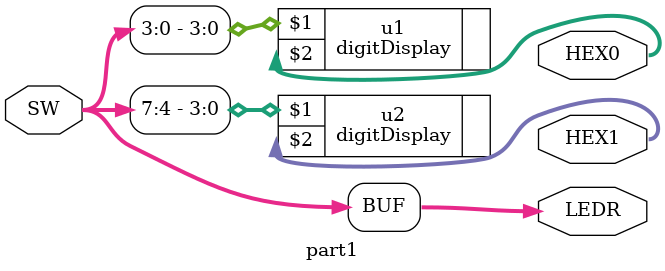
<source format=v>
module part1 (SW, LEDR, HEX1, HEX0);
	input [7:0] SW;
	output [7:0] LEDR;
	output [6:0] HEX1, HEX0;
	
	digitDisplay u1(SW[3:0], HEX0);
	digitDisplay u2(SW[7:4], HEX1);
	
	assign LEDR[7:0] = SW;
endmodule

</source>
